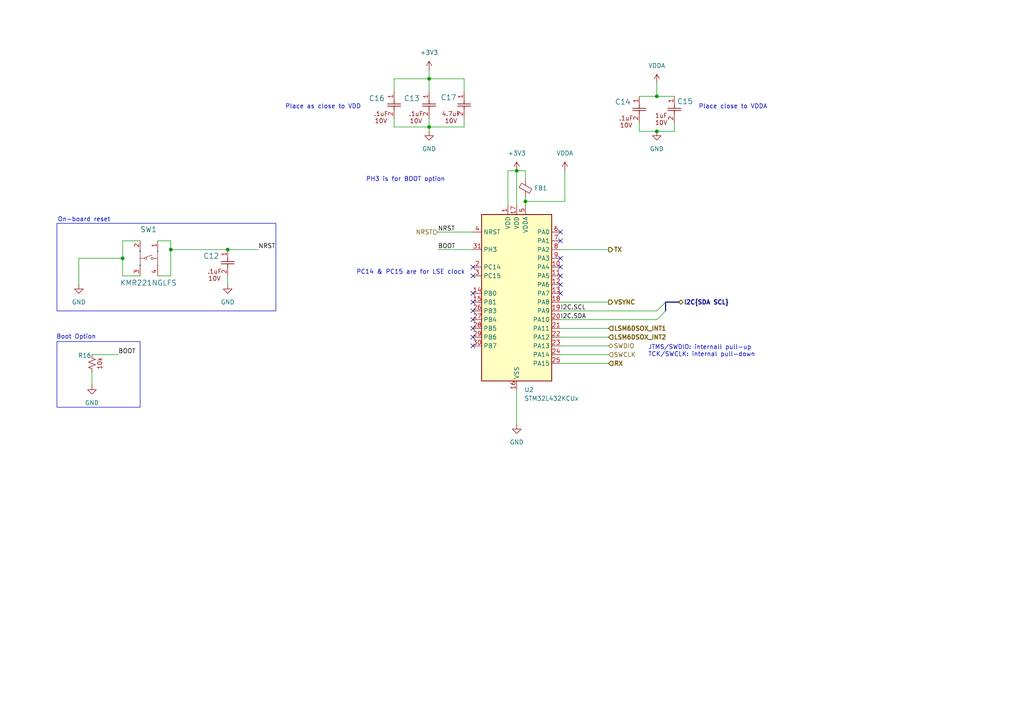
<source format=kicad_sch>
(kicad_sch (version 20250114) (generator "eeschema") (generator_version "9.0")
  (paper "A4")
  (lib_symbols
    (symbol "Hourglass_symbol_library:CC0402KRX7R6BB104" (pin_names (offset 0.254))
      (property "Reference" "C" (at 0 3.81 0))
      (property "Value" "CC0402KRX7R6BB104" (at 0.254 -7.112 0))
      (symbol "CC0402KRX7R6BB104_1_1"
        (polyline (pts (xy -1.27 0) (xy -0.3302 0)) (stroke (width 0.2032)))
        (polyline (pts (xy -0.3302 -1.905) (xy -0.3302 1.905)) (stroke (width 0.2032)))
        (polyline (pts (xy 0.3048 0) (xy 1.27 0)) (stroke (width 0.2032)))
        (polyline (pts (xy 0.3048 -1.905) (xy 0.3048 1.905)) (stroke (width 0.2032)))
        (text ".1uF\n10V\n" (at 3.556 -3.81 900) (effects (font (size 1.27 1.27))))
        (pin unspecified line (at -3.81 0 0) (length 2.54) (name "") (number "1"))
        (pin unspecified line (at 3.81 0 180) (length 2.54) (name "") (number "2"))
      )
      (symbol "CC0402KRX7R6BB104_1_2"
        (polyline (pts (xy -1.905 -3.4798) (xy 1.905 -3.4798)) (stroke (width 0.2032)))
        (polyline (pts (xy -1.905 -4.1148) (xy 1.905 -4.1148)) (stroke (width 0.2032)))
        (polyline (pts (xy 0 -2.54) (xy 0 -3.4798)) (stroke (width 0.2032)))
        (polyline (pts (xy 0 -4.1148) (xy 0 -5.08)) (stroke (width 0.2032)))
        (pin unspecified line (at 0 0 270) (length 2.54) (name "") (number "1"))
        (pin unspecified line (at 0 -7.62 90) (length 2.54) (name "") (number "2"))
      )
    )
    (symbol "Hourglass_symbol_library:FerriteBead_Small" (pin_numbers (hide yes)) (pin_names (offset 0))
      (property "Reference" "FB" (at 1.905 1.27 0))
      (property "Value" "FerriteBead_Small" (at 1.905 -1.27 0))
      (symbol "FerriteBead_Small_0_1"
        (polyline (pts (xy -1.8288 0.2794) (xy -1.1176 1.4986) (xy 1.8288 -0.2032) (xy 1.1176 -1.4224) (xy -1.8288 0.2794)))
        (polyline (pts (xy 0 0.889) (xy 0 1.2954)))
        (polyline (pts (xy 0 -1.27) (xy 0 -0.7874)))
      )
      (symbol "FerriteBead_Small_1_1"
        (pin passive line (at 0 2.54 270) (length 1.27) (name "~") (number "1"))
        (pin passive line (at 0 -2.54 90) (length 1.27) (name "~") (number "2"))
      )
    )
    (symbol "Hourglass_symbol_library:GRM155Z71A105KE01D" (pin_names (offset 0.254))
      (property "Reference" "C" (at 0 3.81 0))
      (property "Value" "GRM155Z71A105KE01D" (at 0 -6.35 0))
      (symbol "GRM155Z71A105KE01D_1_1"
        (polyline (pts (xy -1.27 0) (xy -0.3302 0)) (stroke (width 0.2032)))
        (polyline (pts (xy -0.3302 -1.905) (xy -0.3302 1.905)) (stroke (width 0.2032)))
        (polyline (pts (xy 0.3048 0) (xy 1.27 0)) (stroke (width 0.2032)))
        (polyline (pts (xy 0.3048 -1.905) (xy 0.3048 1.905)) (stroke (width 0.2032)))
        (text "1uF\n10V\n" (at 2.794 -3.81 900) (effects (font (size 1.27 1.27))))
        (pin unspecified line (at -3.81 0 0) (length 2.54) (name "") (number "1"))
        (pin unspecified line (at 3.81 0 180) (length 2.54) (name "") (number "2"))
      )
      (symbol "GRM155Z71A105KE01D_1_2"
        (polyline (pts (xy -1.905 -3.4798) (xy 1.905 -3.4798)) (stroke (width 0.2032)))
        (polyline (pts (xy -1.905 -4.1148) (xy 1.905 -4.1148)) (stroke (width 0.2032)))
        (polyline (pts (xy 0 -2.54) (xy 0 -3.4798)) (stroke (width 0.2032)))
        (polyline (pts (xy 0 -4.1148) (xy 0 -5.08)) (stroke (width 0.2032)))
        (pin unspecified line (at 0 0 270) (length 2.54) (name "") (number "1"))
        (pin unspecified line (at 0 -7.62 90) (length 2.54) (name "") (number "2"))
      )
    )
    (symbol "Hourglass_symbol_library:GRM21BR71A475KE51L" (pin_names (offset 0.254))
      (property "Reference" "C" (at 0 3.81 0))
      (property "Value" "GRM21BR71A475KE51L" (at 0 -7.62 0))
      (symbol "GRM21BR71A475KE51L_1_1"
        (polyline (pts (xy -1.27 0) (xy -0.3302 0)) (stroke (width 0.2032)))
        (polyline (pts (xy -0.3302 -1.905) (xy -0.3302 1.905)) (stroke (width 0.2032)))
        (polyline (pts (xy 0.3048 0) (xy 1.27 0)) (stroke (width 0.2032)))
        (polyline (pts (xy 0.3048 -1.905) (xy 0.3048 1.905)) (stroke (width 0.2032)))
        (text "4.7uF\n10V\n" (at 3.556 -3.81 900) (effects (font (size 1.27 1.27))))
        (pin unspecified line (at -3.81 0 0) (length 2.54) (name "") (number "1"))
        (pin unspecified line (at 3.81 0 180) (length 2.54) (name "") (number "2"))
      )
      (symbol "GRM21BR71A475KE51L_1_2"
        (polyline (pts (xy -1.905 -3.4798) (xy 1.905 -3.4798)) (stroke (width 0.2032)))
        (polyline (pts (xy -1.905 -4.1148) (xy 1.905 -4.1148)) (stroke (width 0.2032)))
        (polyline (pts (xy 0 -2.54) (xy 0 -3.4798)) (stroke (width 0.2032)))
        (polyline (pts (xy 0 -4.1148) (xy 0 -5.08)) (stroke (width 0.2032)))
        (pin unspecified line (at 0 0 270) (length 2.54) (name "") (number "1"))
        (pin unspecified line (at 0 -7.62 90) (length 2.54) (name "") (number "2"))
      )
    )
    (symbol "Hourglass_symbol_library:KMR221NGLFS" (pin_names (offset 0.254))
      (property "Reference" "SW" (at 0.127 6.096 0))
      (property "Value" "KMR221NGLFS" (at 0 -5.334 0))
      (symbol "KMR221NGLFS_0_1"
        (polyline (pts (xy -2.54 2.54) (xy 2.54 2.54)) (stroke (width 0.127)))
        (polyline (pts (xy -2.54 -2.54) (xy 2.54 -2.54)) (stroke (width 0.127)))
        (polyline (pts (xy -0.3175 -0.9525) (xy -0.9525 0.9525)) (stroke (width 0.127)))
        (polyline (pts (xy 0 2.54) (xy 0 1.27)) (stroke (width 0.127)))
        (circle (center 0 0.9525) (radius 0.3048) (stroke (width 0.127)))
        (circle (center 0 -0.9525) (radius 0.3048) (stroke (width 0.127)))
        (polyline (pts (xy 0 -2.54) (xy 0 -1.27)) (stroke (width 0.127)))
      )
      (symbol "KMR221NGLFS_1_1"
        (pin unspecified line (at -5.08 2.54 0) (length 2.54) (name "1") (number "1"))
        (pin unspecified line (at -5.08 -2.54 0) (length 2.54) (name "2") (number "2"))
        (pin unspecified line (at 5.08 2.54 180) (length 2.54) (name "4") (number "4"))
        (pin unspecified line (at 5.08 -2.54 180) (length 2.54) (name "3") (number "3"))
      )
    )
    (symbol "Hourglass_symbol_library:RMCF0805FT10K0"
      (property "Reference" "R" (at 0 1.778 0))
      (property "Value" "RMCF0805FT10K0" (at 0 4.064 0))
      (symbol "RMCF0805FT10K0_1_1"
        (polyline (pts (xy -1.524 0) (xy -1.143 1.016) (xy -0.762 0) (xy -0.381 -1.016) (xy 0 0)))
        (polyline (pts (xy 0 0) (xy 0.381 1.016) (xy 0.762 0) (xy 1.143 -1.016) (xy 1.524 0)))
        (text "10k" (at 0 -2.286 0) (effects (font (size 1.27 1.27))))
        (pin passive line (at -2.54 0 0) (length 1.016) (name "~") (number ""))
        (pin passive line (at 2.54 0 180) (length 1.016) (name "~") (number ""))
      )
    )
    (symbol "MCU_ST_STM32L4:STM32L432KCUx"
      (property "Reference" "U" (at -10.16 26.67 0))
      (property "Value" "STM32L432KCUx" (at 5.08 26.67 0))
      (symbol "STM32L432KCUx_0_1"
        (rectangle (start -10.16 -22.86) (end 10.16 25.4) (stroke (width 0.254)) (fill (type background)))
      )
      (symbol "STM32L432KCUx_1_1"
        (pin input line (at -12.7 20.32 0) (length 2.54) (name "NRST") (number "4"))
        (pin bidirectional line (at -12.7 15.24 0) (length 2.54) (name "PH3") (number "31"))
        (pin bidirectional line (at -12.7 10.16 0) (length 2.54) (name "PC14") (number "2"))
        (pin bidirectional line (at -12.7 7.62 0) (length 2.54) (name "PC15") (number "3"))
        (pin bidirectional line (at -12.7 2.54 0) (length 2.54) (name "PB0") (number "14"))
        (pin bidirectional line (at -12.7 0 0) (length 2.54) (name "PB1") (number "15"))
        (pin bidirectional line (at -12.7 -2.54 0) (length 2.54) (name "PB3") (number "26"))
        (pin bidirectional line (at -12.7 -5.08 0) (length 2.54) (name "PB4") (number "27"))
        (pin bidirectional line (at -12.7 -7.62 0) (length 2.54) (name "PB5") (number "28"))
        (pin bidirectional line (at -12.7 -10.16 0) (length 2.54) (name "PB6") (number "29"))
        (pin bidirectional line (at -12.7 -12.7 0) (length 2.54) (name "PB7") (number "30"))
        (pin power_in line (at -2.54 27.94 270) (length 2.54) (name "VDD") (number "1"))
        (pin power_in line (at 0 27.94 270) (length 2.54) (name "VDD") (number "17"))
        (pin power_in line (at 0 -25.4 90) (length 2.54) (name "VSS") (number "16"))
        (pin passive line (at 0 -25.4 90) (length 2.54) (hide yes) (name "VSS") (number "32"))
        (pin passive line (at 0 -25.4 90) (length 2.54) (hide yes) (name "VSS") (number "33"))
        (pin power_in line (at 2.54 27.94 270) (length 2.54) (name "VDDA") (number "5"))
        (pin bidirectional line (at 12.7 20.32 180) (length 2.54) (name "PA0") (number "6"))
        (pin bidirectional line (at 12.7 17.78 180) (length 2.54) (name "PA1") (number "7"))
        (pin bidirectional line (at 12.7 15.24 180) (length 2.54) (name "PA2") (number "8"))
        (pin bidirectional line (at 12.7 12.7 180) (length 2.54) (name "PA3") (number "9"))
        (pin bidirectional line (at 12.7 10.16 180) (length 2.54) (name "PA4") (number "10"))
        (pin bidirectional line (at 12.7 7.62 180) (length 2.54) (name "PA5") (number "11"))
        (pin bidirectional line (at 12.7 5.08 180) (length 2.54) (name "PA6") (number "12"))
        (pin bidirectional line (at 12.7 2.54 180) (length 2.54) (name "PA7") (number "13"))
        (pin bidirectional line (at 12.7 0 180) (length 2.54) (name "PA8") (number "18"))
        (pin bidirectional line (at 12.7 -2.54 180) (length 2.54) (name "PA9") (number "19"))
        (pin bidirectional line (at 12.7 -5.08 180) (length 2.54) (name "PA10") (number "20"))
        (pin bidirectional line (at 12.7 -7.62 180) (length 2.54) (name "PA11") (number "21"))
        (pin bidirectional line (at 12.7 -10.16 180) (length 2.54) (name "PA12") (number "22"))
        (pin bidirectional line (at 12.7 -12.7 180) (length 2.54) (name "PA13") (number "23"))
        (pin bidirectional line (at 12.7 -15.24 180) (length 2.54) (name "PA14") (number "24"))
        (pin bidirectional line (at 12.7 -17.78 180) (length 2.54) (name "PA15") (number "25"))
      )
    )
    (symbol "power:+3V3" (power) (pin_numbers (hide yes)) (pin_names (offset 0) (hide yes))
      (property "Value" "+3V3" (at 0 3.556 0))
      (symbol "+3V3_0_1"
        (polyline (pts (xy -0.762 1.27) (xy 0 2.54)))
        (polyline (pts (xy 0 2.54) (xy 0.762 1.27)))
        (polyline (pts (xy 0 0) (xy 0 2.54)))
      )
      (symbol "+3V3_1_1"
        (pin power_in line (at 0 0 90) (length 0) (name "~") (number "1"))
      )
    )
    (symbol "power:GND" (power) (pin_numbers (hide yes)) (pin_names (offset 0) (hide yes))
      (property "Value" "GND" (at 0 -3.81 0))
      (symbol "GND_0_1"
        (polyline (pts (xy 0 0) (xy 0 -1.27) (xy 1.27 -1.27) (xy 0 -2.54) (xy -1.27 -1.27) (xy 0 -1.27)))
      )
      (symbol "GND_1_1"
        (pin power_in line (at 0 0 270) (length 0) (name "~") (number "1"))
      )
    )
    (symbol "power:VDDA" (power) (pin_numbers (hide yes)) (pin_names (offset 0) (hide yes))
      (property "Value" "VDDA" (at 0 3.556 0))
      (symbol "VDDA_0_1"
        (polyline (pts (xy -0.762 1.27) (xy 0 2.54)))
        (polyline (pts (xy 0 2.54) (xy 0.762 1.27)))
        (polyline (pts (xy 0 0) (xy 0 2.54)))
      )
      (symbol "VDDA_1_1"
        (pin power_in line (at 0 0 90) (length 0) (name "~") (number "1"))
      )
    )
  )
  (rectangle (start 16.51 64.77) (end 80.01 90.17))
  (rectangle (start 16.51 99.06) (end 40.64 118.11))
  (text "PC14 & PC15 are for LSE clock\n" (exclude_from_sim yes) (at 119.126 78.994 0) (effects (font (size 1.27 1.27))))
  (text "Boot Option" (exclude_from_sim yes) (at 22.098 97.79 0) (effects (font (size 1.27 1.27))))
  (text "JTMS/SWDIO: internall pull-up\nTCK/SWCLK: internal pull-down " (exclude_from_sim yes) (at 187.96 101.854 0) (effects (font (size 1.27 1.27)) (justify left)))
  (text "Place as close to VDD" (at 93.726 30.988 0) (effects (font (size 1.27 1.27))))
  (text "On-board reset" (at 24.384 63.754 0) (effects (font (size 1.27 1.27))))
  (text "PH3 is for BOOT option " (at 118.11 52.07 0) (effects (font (size 1.27 1.27))))
  (text "Place close to VDDA\n" (at 212.598 30.988 0) (effects (font (size 1.27 1.27))))
  (junction (at 35.56 74.93))
  (junction (at 124.46 36.83))
  (junction (at 149.86 49.53))
  (junction (at 190.5 38.1))
  (junction (at 49.53 72.39))
  (junction (at 66.04 72.39))
  (junction (at 190.5 27.94))
  (junction (at 124.46 22.86))
  (junction (at 152.4 58.42))
  (no_connect (at 137.16 92.71))
  (no_connect (at 137.16 85.09))
  (no_connect (at 137.16 80.01))
  (no_connect (at 162.56 67.31))
  (no_connect (at 162.56 85.09))
  (no_connect (at 137.16 95.25))
  (no_connect (at 162.56 82.55))
  (no_connect (at 137.16 90.17))
  (no_connect (at 137.16 77.47))
  (no_connect (at 137.16 87.63))
  (no_connect (at 162.56 77.47))
  (no_connect (at 162.56 69.85))
  (no_connect (at 162.56 80.01))
  (no_connect (at 137.16 100.33))
  (no_connect (at 162.56 74.93))
  (no_connect (at 137.16 97.79))
  (bus_entry (at 193.04 90.17) (size -2.54 2.54))
  (bus_entry (at 193.04 87.63) (size -2.54 2.54))
  (wire (pts (xy 114.3 26.67) (xy 114.3 22.86)))
  (wire (pts (xy 176.53 97.79) (xy 162.56 97.79)))
  (wire (pts (xy 22.86 74.93) (xy 35.56 74.93)))
  (wire (pts (xy 163.83 49.53) (xy 163.83 58.42)))
  (wire (pts (xy 114.3 34.29) (xy 114.3 36.83)))
  (wire (pts (xy 190.5 24.13) (xy 190.5 27.94)))
  (wire (pts (xy 124.46 36.83) (xy 124.46 38.1)))
  (wire (pts (xy 26.67 102.87) (xy 34.29 102.87)))
  (wire (pts (xy 152.4 58.42) (xy 163.83 58.42)))
  (wire (pts (xy 124.46 22.86) (xy 124.46 26.67)))
  (wire (pts (xy 152.4 58.42) (xy 152.4 59.69)))
  (wire (pts (xy 190.5 27.94) (xy 195.58 27.94)))
  (wire (pts (xy 185.42 35.56) (xy 185.42 38.1)))
  (wire (pts (xy 147.32 49.53) (xy 149.86 49.53)))
  (wire (pts (xy 162.56 95.25) (xy 176.53 95.25)))
  (wire (pts (xy 190.5 27.94) (xy 185.42 27.94)))
  (wire (pts (xy 147.32 59.69) (xy 147.32 49.53)))
  (wire (pts (xy 49.53 72.39) (xy 66.04 72.39)))
  (wire (pts (xy 26.67 107.95) (xy 26.67 111.76)))
  (wire (pts (xy 35.56 69.85) (xy 35.56 74.93)))
  (wire (pts (xy 162.56 100.33) (xy 176.53 100.33)))
  (wire (pts (xy 162.56 102.87) (xy 176.53 102.87)))
  (wire (pts (xy 124.46 34.29) (xy 124.46 36.83)))
  (wire (pts (xy 152.4 49.53) (xy 149.86 49.53)))
  (wire (pts (xy 35.56 80.01) (xy 40.64 80.01)))
  (wire (pts (xy 190.5 90.17) (xy 162.56 90.17)))
  (wire (pts (xy 195.58 35.56) (xy 195.58 38.1)))
  (wire (pts (xy 162.56 105.41) (xy 176.53 105.41)))
  (wire (pts (xy 152.4 49.53) (xy 152.4 52.07)))
  (wire (pts (xy 22.86 74.93) (xy 22.86 82.55)))
  (bus (pts (xy 193.04 87.63) (xy 196.85 87.63)))
  (wire (pts (xy 152.4 57.15) (xy 152.4 58.42)))
  (wire (pts (xy 162.56 87.63) (xy 176.53 87.63)))
  (wire (pts (xy 66.04 72.39) (xy 74.93 72.39)))
  (wire (pts (xy 162.56 92.71) (xy 190.5 92.71)))
  (wire (pts (xy 149.86 49.53) (xy 149.86 59.69)))
  (wire (pts (xy 35.56 69.85) (xy 40.64 69.85)))
  (wire (pts (xy 49.53 69.85) (xy 49.53 72.39)))
  (wire (pts (xy 45.72 80.01) (xy 49.53 80.01)))
  (wire (pts (xy 134.62 26.67) (xy 134.62 22.86)))
  (wire (pts (xy 127 67.31) (xy 137.16 67.31)))
  (wire (pts (xy 124.46 20.32) (xy 124.46 22.86)))
  (wire (pts (xy 114.3 22.86) (xy 124.46 22.86)))
  (wire (pts (xy 134.62 36.83) (xy 124.46 36.83)))
  (wire (pts (xy 195.58 38.1) (xy 190.5 38.1)))
  (wire (pts (xy 134.62 22.86) (xy 124.46 22.86)))
  (wire (pts (xy 49.53 72.39) (xy 49.53 80.01)))
  (wire (pts (xy 149.86 113.03) (xy 149.86 123.19)))
  (wire (pts (xy 114.3 36.83) (xy 124.46 36.83)))
  (wire (pts (xy 127 72.39) (xy 137.16 72.39)))
  (wire (pts (xy 185.42 38.1) (xy 190.5 38.1)))
  (wire (pts (xy 66.04 80.01) (xy 66.04 82.55)))
  (wire (pts (xy 45.72 69.85) (xy 49.53 69.85)))
  (wire (pts (xy 134.62 34.29) (xy 134.62 36.83)))
  (wire (pts (xy 35.56 74.93) (xy 35.56 80.01)))
  (wire (pts (xy 162.56 72.39) (xy 176.53 72.39)))
  (bus (pts (xy 193.04 87.63) (xy 193.04 90.17)))
  (label "BOOT" (at 127 72.39 0))
  (label "NRST" (at 74.93 72.39 0))
  (label "I2C.SDA" (at 162.56 92.71 0))
  (label "I2C.SCL" (at 162.56 90.17 0))
  (label "NRST" (at 127 67.31 0))
  (label "BOOT" (at 34.29 102.87 0))
  (hierarchical_label "NRST" (shape input) (at 127 67.31 180))
  (hierarchical_label "RX" (shape input) (at 176.53 105.41 0) (effects (font (thickness 0.254) (bold yes))))
  (hierarchical_label "SWCLK" (shape input) (at 176.53 102.87 0))
  (hierarchical_label "TX" (shape output) (at 176.53 72.39 0) (effects (font (thickness 0.254) (bold yes))))
  (hierarchical_label "I2C{SDA SCL}" (shape bidirectional) (at 196.85 87.63 0) (effects (font (thickness 0.254) (bold yes))))
  (hierarchical_label "SWDIO" (shape bidirectional) (at 176.53 100.33 0))
  (hierarchical_label "LSM6DSOX_INT1" (shape input) (at 176.53 95.25 0) (effects (font (thickness 0.254) (bold yes))))
  (hierarchical_label "VSYNC" (shape output) (at 176.53 87.63 0) (effects (font (thickness 0.254) (bold yes))))
  (hierarchical_label "LSM6DSOX_INT2" (shape input) (at 176.53 97.79 0) (effects (font (thickness 0.254) (bold yes))))
  (symbol (lib_id "Hourglass_symbol_library:KMR221NGLFS") (at 43.18 74.93 270) (unit 1)
    (property "Reference" "SW1" (at 40.64 66.5479 90) (effects (font (size 1.524 1.524)) (justify left)))
    (property "Value" "KMR221NGLFS" (at 34.798 82.0419 90) (effects (font (size 1.524 1.524)) (justify left)))
    (property "Footprint" "Hourglass_footprint_library:KMR221_CNK" (effects (hide yes)))
    (property "Datasheet" "https://www.ckswitches.com/media/1479/kmr2.pdf" (effects (hide yes)))
    (property "Description" "SWITCH TACTILE SPST-NO 0.05A 32V" (effects (hide yes)))
  )
  (symbol (lib_id "power:GND") (at 149.86 123.19 0) (unit 1)
    (property "Reference" "#PWR9" (effects (hide yes)))
    (property "Value" "GND" (at 149.86 128.27 0))
    (property "Description" "Power symbol creates a global label with name \"GND\" , ground" (effects (hide yes)))
  )
  (symbol (lib_id "Hourglass_symbol_library:CC0402KRX7R6BB104") (at 66.04 76.2 270) (unit 1)
    (property "Reference" "C12" (at 58.928 74.2501 90) (effects (font (size 1.524 1.524)) (justify left)))
    (property "Value" "CC0402KRX7R6BB104" (effects (hide yes)))
    (property "Footprint" "Hourglass_footprint_library:YAG_CC0402_YAG" (effects (hide yes)))
    (property "Datasheet" "https://www.yageo.com/upload/media/product/productsearch/datasheet/mlcc/UPY-GPHC_X7R_6.3V-to-250V_24.pdf" (effects (hide yes)))
    (property "Description" "CAP CER 0.1UF 10V X7R 0402" (effects (hide yes)))
  )
  (symbol (lib_id "MCU_ST_STM32L4:STM32L432KCUx") (at 149.86 87.63 0) (unit 1)
    (property "Reference" "U2" (at 152.0541 113.03 0) (effects (justify left)))
    (property "Value" "STM32L432KCUx" (at 152.0541 115.57 0) (effects (justify left)))
    (property "Footprint" "Package_DFN_QFN:QFN-32-1EP_5x5mm_P0.5mm_EP3.45x3.45mm" (effects (hide yes)))
    (property "Datasheet" "https://www.st.com/resource/en/datasheet/stm32l432kc.pdf" (effects (hide yes)))
    (property "Description" "STMicroelectronics Arm Cortex-M4 MCU, 256KB flash, 64KB RAM, 80 MHz, 1.71-3.6V, 26 GPIO, UFQFPN32" (effects (hide yes)))
  )
  (symbol (lib_id "Hourglass_symbol_library:GRM155Z71A105KE01D") (at 195.58 31.75 270) (unit 1)
    (property "Reference" "C15" (at 196.342 29.4191 90) (effects (font (size 1.524 1.524)) (justify left)))
    (property "Value" "GRM155Z71A105KE01D" (effects (hide yes)))
    (property "Footprint" "Hourglass_footprint_library:CAP_GRM155Z_MUR" (effects (hide yes)))
    (property "Datasheet" "https://search.murata.co.jp/Ceramy/image/img/A01X/G101/ENG/GRM155Z71A105KE01-01.pdf" (effects (hide yes)))
    (property "Description" "CAP CER 1UF 10V X7R 0402" (effects (hide yes)))
  )
  (symbol (lib_id "Hourglass_symbol_library:RMCF0805FT10K0") (at 26.67 105.41 90) (unit 1)
    (property "Reference" "R16" (at 22.606 103.1238 90) (effects (justify right)))
    (property "Value" "RMCF0805FT10K0" (effects (hide yes)))
    (property "Footprint" "Hourglass_footprint_library:RMCF0805FT10K0" (effects (hide yes)))
    (property "Datasheet" "https://www.seielect.com/catalog/sei-rmcf_rmcp.pdf" (effects (hide yes)))
    (property "Description" "RES 10K OHM 1% 1/8W 0805" (effects (hide yes)))
  )
  (symbol (lib_id "power:GND") (at 124.46 38.1 0) (unit 1)
    (property "Reference" "#PWR043" (effects (hide yes)))
    (property "Value" "GND" (at 124.46 43.18 0))
    (property "Description" "Power symbol creates a global label with name \"GND\" , ground" (effects (hide yes)))
  )
  (symbol (lib_id "Hourglass_symbol_library:GRM21BR71A475KE51L") (at 134.62 30.48 270) (unit 1)
    (property "Reference" "C17" (at 127.762 28.2761 90) (effects (font (size 1.524 1.524)) (justify left)))
    (property "Value" "GRM21BR71A475KE51L" (effects (hide yes)))
    (property "Footprint" "Hourglass_footprint_library:GRM21BR71A475KE51L" (effects (hide yes)))
    (property "Datasheet" "https://www.yageo.com/upload/media/product/productsearch/datasheet/mlcc/UPY-GPHC_X7R_6.3V-to-250V_24.pdf" (effects (hide yes)))
    (property "Description" "CAP CER 4.7UF 10V X7R 0805" (effects (hide yes)))
  )
  (symbol (lib_id "power:+3V3") (at 149.86 49.53 0) (unit 1)
    (property "Reference" "#PWR8" (effects (hide yes)))
    (property "Value" "+3V3" (at 149.86 44.45 0))
    (property "Description" "Power symbol creates a global label with name \"+3V3\"" (effects (hide yes)))
  )
  (symbol (lib_id "power:GND") (at 190.5 38.1 0) (unit 1)
    (property "Reference" "#PWR041" (effects (hide yes)))
    (property "Value" "GND" (at 190.5 43.18 0))
    (property "Description" "Power symbol creates a global label with name \"GND\" , ground" (effects (hide yes)))
  )
  (symbol (lib_id "power:GND") (at 66.04 82.55 0) (unit 1)
    (property "Reference" "#PWR037" (effects (hide yes)))
    (property "Value" "GND" (at 66.04 87.63 0))
    (property "Description" "Power symbol creates a global label with name \"GND\" , ground" (effects (hide yes)))
  )
  (symbol (lib_id "Hourglass_symbol_library:CC0402KRX7R6BB104") (at 124.46 30.48 270) (unit 1)
    (property "Reference" "C13" (at 117.094 28.5301 90) (effects (font (size 1.524 1.524)) (justify left)))
    (property "Value" "CC0402KRX7R6BB104" (effects (hide yes)))
    (property "Footprint" "Hourglass_footprint_library:YAG_CC0402_YAG" (effects (hide yes)))
    (property "Datasheet" "https://www.yageo.com/upload/media/product/productsearch/datasheet/mlcc/UPY-GPHC_X7R_6.3V-to-250V_24.pdf" (effects (hide yes)))
    (property "Description" "CAP CER 0.1UF 10V X7R 0402" (effects (hide yes)))
  )
  (symbol (lib_id "power:VDDA") (at 190.5 24.13 0) (unit 1)
    (property "Reference" "#PWR040" (effects (hide yes)))
    (property "Value" "VDDA" (at 190.5 19.05 0))
    (property "Description" "Power symbol creates a global label with name \"VDDA\"" (effects (hide yes)))
  )
  (symbol (lib_id "power:GND") (at 22.86 82.55 0) (unit 1)
    (property "Reference" "#PWR038" (effects (hide yes)))
    (property "Value" "GND" (at 22.86 87.63 0))
    (property "Description" "Power symbol creates a global label with name \"GND\" , ground" (effects (hide yes)))
  )
  (symbol (lib_id "Hourglass_symbol_library:FerriteBead_Small") (at 152.4 54.61 0) (unit 1)
    (property "Reference" "FB1" (at 154.94 54.5718 0) (effects (justify left)))
    (property "Value" "FerriteBead_Small" (effects (hide yes)))
    (property "Footprint" "Hourglass_footprint_library:FB_0603_1608Metric" (effects (hide yes)))
    (property "Datasheet" "https://mm.digikey.com/Volume0/opasdata/d220001/medias/docus/6383/FCM%20Series.pdf" (effects (hide yes)))
    (property "Description" "FERRITE BEAD 600 OHM 0603 1LN" (effects (hide yes)))
  )
  (symbol (lib_id "power:+3V3") (at 124.46 20.32 0) (unit 1)
    (property "Reference" "#PWR042" (effects (hide yes)))
    (property "Value" "+3V3" (at 124.46 15.24 0))
    (property "Description" "Power symbol creates a global label with name \"+3V3\"" (effects (hide yes)))
  )
  (symbol (lib_id "power:GND") (at 26.67 111.76 0) (unit 1)
    (property "Reference" "#PWR044" (effects (hide yes)))
    (property "Value" "GND" (at 26.67 116.84 0))
    (property "Description" "Power symbol creates a global label with name \"GND\" , ground" (effects (hide yes)))
  )
  (symbol (lib_id "Hourglass_symbol_library:CC0402KRX7R6BB104") (at 185.42 31.75 270) (unit 1)
    (property "Reference" "C14" (at 178.308 29.5461 90) (effects (font (size 1.524 1.524)) (justify left)))
    (property "Value" "CC0402KRX7R6BB104" (effects (hide yes)))
    (property "Footprint" "Hourglass_footprint_library:YAG_CC0402_YAG" (effects (hide yes)))
    (property "Datasheet" "https://www.yageo.com/upload/media/product/productsearch/datasheet/mlcc/UPY-GPHC_X7R_6.3V-to-250V_24.pdf" (effects (hide yes)))
    (property "Description" "CAP CER 0.1UF 10V X7R 0402" (effects (hide yes)))
  )
  (symbol (lib_id "Hourglass_symbol_library:CC0402KRX7R6BB104") (at 114.3 30.48 270) (unit 1)
    (property "Reference" "C16" (at 106.934 28.5301 90) (effects (font (size 1.524 1.524)) (justify left)))
    (property "Value" "CC0402KRX7R6BB104" (effects (hide yes)))
    (property "Footprint" "Hourglass_footprint_library:YAG_CC0402_YAG" (effects (hide yes)))
    (property "Datasheet" "https://www.yageo.com/upload/media/product/productsearch/datasheet/mlcc/UPY-GPHC_X7R_6.3V-to-250V_24.pdf" (effects (hide yes)))
    (property "Description" "CAP CER 0.1UF 10V X7R 0402" (effects (hide yes)))
  )
  (symbol (lib_id "power:VDDA") (at 163.83 49.53 0) (unit 1)
    (property "Reference" "#PWR039" (effects (hide yes)))
    (property "Value" "VDDA" (at 163.83 44.45 0))
    (property "Description" "Power symbol creates a global label with name \"VDDA\"" (effects (hide yes)))
  )
)
</source>
